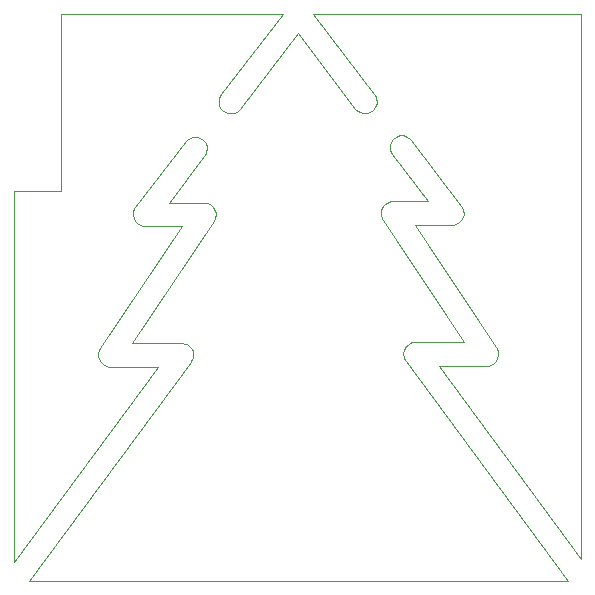
<source format=gm1>
G04*
G04 #@! TF.GenerationSoftware,Altium Limited,Altium Designer,23.1.1 (15)*
G04*
G04 Layer_Color=16711935*
%FSLAX44Y44*%
%MOMM*%
G71*
G04*
G04 #@! TF.SameCoordinates,FE5ED9A9-07CB-4C5F-963A-3420CF118FF3*
G04*
G04*
G04 #@! TF.FilePolarity,Positive*
G04*
G01*
G75*
%ADD33C,0.0000*%
D33*
X480000Y18652D02*
Y480000D01*
X252654D02*
X480000D01*
X252654D02*
X304746Y411879D01*
X304746Y411879D02*
X304746Y411879D01*
X304746Y411879D02*
X305243Y411229D01*
X306013Y409785D01*
X306538Y408235D01*
X306804Y406620D01*
Y405802D02*
Y406620D01*
Y404233D02*
Y405802D01*
X305843Y401246D02*
X306804Y404233D01*
X304015Y398697D02*
X305843Y401246D01*
X301493Y396829D02*
X304015Y398697D01*
X298522Y395823D02*
X301493Y396829D01*
X295385Y395775D02*
X298522Y395823D01*
X292383Y396690D02*
X295385Y395775D01*
X289806Y398479D02*
X292383Y396690D01*
X288853Y399725D02*
X289806Y398479D01*
X240030Y463571D02*
X288853Y399725D01*
X191207D02*
X240030Y463571D01*
X191207Y399725D02*
X191207D01*
X190407Y398679D02*
X191207Y399725D01*
X188320Y397072D02*
X190407Y398679D01*
X185888Y396060D02*
X188320Y397072D01*
X183277Y395712D02*
X185888Y396060D01*
X180665Y396051D02*
X183277Y395712D01*
X178230Y397055D02*
X180665Y396051D01*
X176137Y398655D02*
X178230Y397055D01*
X174530Y400742D02*
X176137Y398655D01*
X173518Y403174D02*
X174530Y400742D01*
X173170Y405785D02*
X173518Y403174D01*
X173170Y405785D02*
X173510Y408397D01*
X174514Y410832D01*
X175314Y411879D01*
X227406Y480000D01*
X40000D02*
X227406D01*
X40000Y330000D02*
Y480000D01*
X0Y330000D02*
X40000D01*
X0Y16295D02*
Y330000D01*
Y16295D02*
X121582Y181299D01*
X79951D02*
X121582D01*
X77333Y182023D02*
X79951Y181299D01*
X75003Y183419D02*
X77333Y182023D01*
X73130Y185385D02*
X75003Y183419D01*
X71848Y187780D02*
X73130Y185385D01*
X71251Y190430D02*
X71848Y187780D01*
X71251Y190430D02*
X71382Y193143D01*
X72232Y195722D01*
X72985Y196852D01*
X141945Y300291D01*
X109239D02*
X141945D01*
X106551Y301057D02*
X109239Y300291D01*
X104176Y302531D02*
X106551Y301057D01*
X102295Y304599D02*
X104176Y302531D01*
X101053Y307103D02*
X102295Y304599D01*
X100546Y309852D02*
X101053Y307103D01*
X100546Y309852D02*
X100810Y312634D01*
X101828Y315238D01*
X102674Y316350D01*
X145074Y372110D01*
Y372110D02*
Y372110D01*
Y372110D02*
X146024Y373360D01*
X148600Y375158D01*
X151603Y376079D01*
X154743Y376037D01*
X157720Y375033D01*
X160246Y373167D01*
X162078Y370616D01*
X163041Y367626D01*
Y366055D02*
Y367626D01*
Y365240D02*
Y366055D01*
X162777Y363632D02*
X163041Y365240D01*
X162257Y362088D02*
X162777Y363632D01*
X161493Y360648D02*
X162257Y362088D01*
X161000Y360000D02*
X161493Y360648D01*
X130811Y320299D02*
X161000Y360000D01*
X130811Y320299D02*
X161622D01*
X163555Y319914D01*
X165375Y319160D01*
X167014Y318066D01*
X168407Y316672D01*
X169502Y315034D01*
X170256Y313213D01*
X170641Y311280D01*
Y310295D02*
Y311280D01*
Y309559D02*
Y310295D01*
X170425Y308101D02*
X170641Y309559D01*
X169998Y306691D02*
X170425Y308101D01*
X169369Y305359D02*
X169998Y306691D01*
X168960Y304746D02*
X169369Y305359D01*
X100001Y201307D02*
X168960Y304746D01*
X100001Y201307D02*
X142365D01*
X144298Y200923D01*
X146118Y200168D01*
X147757Y199074D01*
X149150Y197680D01*
X150245Y196042D01*
X150999Y194221D01*
X151383Y192288D01*
Y191303D02*
Y192288D01*
Y190507D02*
Y191303D01*
X151131Y188934D02*
X151383Y190507D01*
X150634Y187421D02*
X151131Y188934D01*
X149903Y186005D02*
X150634Y187421D01*
X149430Y185364D02*
X149903Y186005D01*
X12846Y0D02*
X149430Y185364D01*
X12846Y0D02*
X468891D01*
X331570Y186364D02*
X468891Y0D01*
X331097Y187005D02*
X331570Y186364D01*
X330366Y188421D02*
X331097Y187005D01*
X329869Y189934D02*
X330366Y188421D01*
X329617Y191507D02*
X329869Y189934D01*
X329617Y191507D02*
Y192303D01*
Y193288D01*
X330001Y195221D01*
X330755Y197042D01*
X331850Y198680D01*
X333243Y200074D01*
X334882Y201168D01*
X336702Y201922D01*
X338635Y202307D01*
X380999D01*
X312039Y305746D02*
X380999Y202307D01*
X311631Y306359D02*
X312039Y305746D01*
X311002Y307691D02*
X311631Y306359D01*
X310575Y309101D02*
X311002Y307691D01*
X310359Y310558D02*
X310575Y309101D01*
X310359Y310558D02*
Y311295D01*
Y312280D01*
X310744Y314213D01*
X311498Y316034D01*
X312593Y317672D01*
X313986Y319066D01*
X315625Y320160D01*
X317445Y320914D01*
X319378Y321299D01*
X350189D01*
X320000Y361000D02*
X350189Y321299D01*
X319507Y361648D02*
X320000Y361000D01*
X318743Y363088D02*
X319507Y361648D01*
X318223Y364632D02*
X318743Y363088D01*
X317959Y366240D02*
X318223Y364632D01*
X317959Y366240D02*
Y367055D01*
Y368626D01*
X318922Y371615D01*
X320754Y374167D01*
X323280Y376034D01*
X326256Y377037D01*
X329397Y377079D01*
X332400Y376158D01*
X334976Y374360D01*
X335926Y373110D01*
X335926Y373110D01*
X378326Y317350D01*
X379172Y316238D01*
X380190Y313634D01*
X380454Y310852D01*
X379946Y308103D02*
X380454Y310852D01*
X378705Y305599D02*
X379946Y308103D01*
X376824Y303531D02*
X378705Y305599D01*
X374449Y302057D02*
X376824Y303531D01*
X371761Y301291D02*
X374449Y302057D01*
X339055Y301291D02*
X371761D01*
X339055D02*
X408015Y197852D01*
X408768Y196722D01*
X409618Y194143D01*
X409749Y191430D01*
X409152Y188780D02*
X409749Y191430D01*
X407870Y186385D02*
X409152Y188780D01*
X405997Y184419D02*
X407870Y186385D01*
X403667Y183023D02*
X405997Y184419D01*
X401049Y182299D02*
X403667Y183023D01*
X359418Y182299D02*
X401049D01*
X359418D02*
X480000Y18652D01*
M02*

</source>
